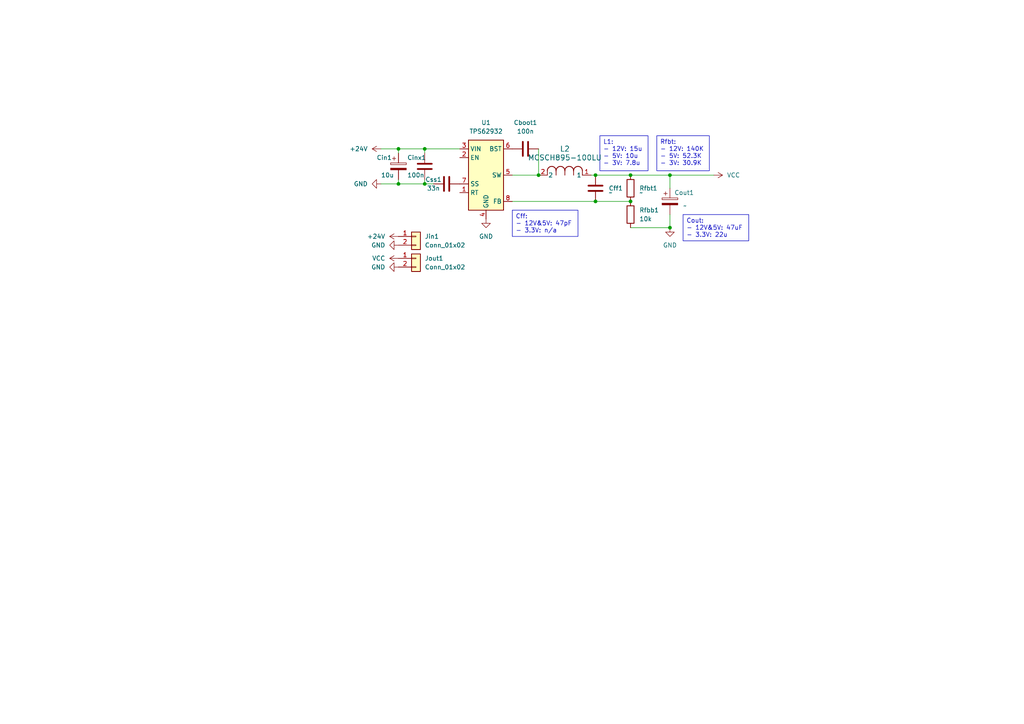
<source format=kicad_sch>
(kicad_sch (version 20230121) (generator eeschema)
  (paper "A4")
  (lib_symbols
    (symbol "2024-02-15_20-52-33:MCSCH895-100LU" (pin_names (offset 0.254))
      (property "Reference" "L" (at 6.985 5.08 0))
      (property "Value" "MCSCH895-100LU" (at 6.985 -2.54 0))
      (symbol "MCSCH895-100LU_1_1"
        (polyline (pts (xy 2.54 0) (xy 2.54 1.27)) (stroke (width 0.2032)))
        (polyline (pts (xy 5.08 0) (xy 5.08 1.27)) (stroke (width 0.2032)))
        (polyline (pts (xy 7.62 0) (xy 7.62 1.27)) (stroke (width 0.2032)))
        (polyline (pts (xy 10.16 0) (xy 10.16 1.27)) (stroke (width 0.2032)))
        (polyline (pts (xy 12.7 0) (xy 12.7 1.27)) (stroke (width 0.2032)))
        (arc (start 5.08 1.27) (mid 3.81 2.5345) (end 2.54 1.27) (stroke (width 0.254)))
        (arc (start 7.62 1.27) (mid 6.35 2.5345) (end 5.08 1.27) (stroke (width 0.254)))
        (arc (start 10.16 1.27) (mid 8.89 2.5345) (end 7.62 1.27) (stroke (width 0.254)))
        (arc (start 12.7 1.27) (mid 11.43 2.5345) (end 10.16 1.27) (stroke (width 0.254)))
        (pin unspecified line (at 15.24 0 180) (length 2.54) (name "1") (number "1"))
        (pin unspecified line (at 0 0 0) (length 2.54) (name "2") (number "2"))
      )
      (symbol "MCSCH895-100LU_1_2"
        (arc (start -1.27 5.08) (mid -2.5345 3.81) (end -1.27 2.54) (stroke (width 0.254)))
        (arc (start -1.27 7.62) (mid -2.5345 6.35) (end -1.27 5.08) (stroke (width 0.254)))
        (arc (start -1.27 10.16) (mid -2.5345 8.89) (end -1.27 7.62) (stroke (width 0.254)))
        (arc (start -1.27 12.7) (mid -2.5345 11.43) (end -1.27 10.16) (stroke (width 0.254)))
        (polyline (pts (xy 0 2.54) (xy -1.27 2.54)) (stroke (width 0.2032)))
        (polyline (pts (xy 0 5.08) (xy -1.27 5.08)) (stroke (width 0.2032)))
        (polyline (pts (xy 0 7.62) (xy -1.27 7.62)) (stroke (width 0.2032)))
        (polyline (pts (xy 0 10.16) (xy -1.27 10.16)) (stroke (width 0.2032)))
        (polyline (pts (xy 0 12.7) (xy -1.27 12.7)) (stroke (width 0.2032)))
        (pin unspecified line (at 0 15.24 270) (length 2.54) (name "1") (number "1"))
        (pin unspecified line (at 0 0 90) (length 2.54) (name "2") (number "2"))
      )
    )
    (symbol "Connector_Generic:Conn_01x02" (pin_names (offset 1.016) hide)
      (property "Reference" "J" (at 0 2.54 0))
      (property "Value" "Conn_01x02" (at 0 -5.08 0))
      (symbol "Conn_01x02_1_1"
        (rectangle (start -1.27 -2.413) (end 0 -2.667) (stroke (width 0.1524)))
        (rectangle (start -1.27 0.127) (end 0 -0.127) (stroke (width 0.1524)))
        (rectangle (start -1.27 1.27) (end 1.27 -3.81) (stroke (width 0.254)) (fill (type background)))
        (pin passive line (at -5.08 0 0) (length 3.81) (name "Pin_1") (number "1"))
        (pin passive line (at -5.08 -2.54 0) (length 3.81) (name "Pin_2") (number "2"))
      )
    )
    (symbol "Device:C" (pin_numbers hide) (pin_names (offset 0.254))
      (property "Reference" "C" (at 0.635 2.54 0))
      (property "Value" "C" (at 0.635 -2.54 0))
      (symbol "C_0_1"
        (polyline (pts (xy -2.032 -0.762) (xy 2.032 -0.762)) (stroke (width 0.508)))
        (polyline (pts (xy -2.032 0.762) (xy 2.032 0.762)) (stroke (width 0.508)))
      )
      (symbol "C_1_1"
        (pin passive line (at 0 3.81 270) (length 2.794) (name "~") (number "1"))
        (pin passive line (at 0 -3.81 90) (length 2.794) (name "~") (number "2"))
      )
    )
    (symbol "Device:C_Polarized" (pin_numbers hide) (pin_names (offset 0.254))
      (property "Reference" "C" (at 0.635 2.54 0))
      (property "Value" "C_Polarized" (at 0.635 -2.54 0))
      (symbol "C_Polarized_0_1"
        (rectangle (start -2.286 0.508) (end 2.286 1.016))
        (polyline (pts (xy -1.778 2.286) (xy -0.762 2.286)))
        (polyline (pts (xy -1.27 2.794) (xy -1.27 1.778)))
        (rectangle (start 2.286 -0.508) (end -2.286 -1.016) (fill (type outline)))
      )
      (symbol "C_Polarized_1_1"
        (pin passive line (at 0 3.81 270) (length 2.794) (name "~") (number "1"))
        (pin passive line (at 0 -3.81 90) (length 2.794) (name "~") (number "2"))
      )
    )
    (symbol "Device:R" (pin_numbers hide) (pin_names (offset 0))
      (property "Reference" "R" (at 2.032 0 90))
      (property "Value" "R" (at 0 0 90))
      (symbol "R_0_1"
        (rectangle (start -1.016 -2.54) (end 1.016 2.54) (stroke (width 0.254)))
      )
      (symbol "R_1_1"
        (pin passive line (at 0 3.81 270) (length 1.27) (name "~") (number "1"))
        (pin passive line (at 0 -3.81 90) (length 1.27) (name "~") (number "2"))
      )
    )
    (symbol "Regulator_Switching:TPS62932"
      (property "Reference" "U" (at 0 13.97 0))
      (property "Value" "TPS62932" (at 0 11.43 0))
      (symbol "TPS62932_0_1"
        (rectangle (start -5.08 10.16) (end 5.08 -10.16) (stroke (width 0.254)) (fill (type background)))
      )
      (symbol "TPS62932_1_1"
        (pin passive line (at -7.62 -5.08 0) (length 2.54) (name "RT") (number "1"))
        (pin input line (at -7.62 5.08 0) (length 2.54) (name "EN") (number "2"))
        (pin power_in line (at -7.62 7.62 0) (length 2.54) (name "VIN") (number "3"))
        (pin power_in line (at 0 -12.7 90) (length 2.54) (name "GND") (number "4"))
        (pin output line (at 7.62 0 180) (length 2.54) (name "SW") (number "5"))
        (pin passive line (at 7.62 7.62 180) (length 2.54) (name "BST") (number "6"))
        (pin passive line (at -7.62 -2.54 0) (length 2.54) (name "SS") (number "7"))
        (pin input line (at 7.62 -7.62 180) (length 2.54) (name "FB") (number "8"))
      )
    )
    (symbol "power:+24V" (power) (pin_names (offset 0))
      (property "Value" "+24V" (at 0 3.556 0))
      (symbol "+24V_0_1"
        (polyline (pts (xy -0.762 1.27) (xy 0 2.54)))
        (polyline (pts (xy 0 0) (xy 0 2.54)))
        (polyline (pts (xy 0 2.54) (xy 0.762 1.27)))
      )
      (symbol "+24V_1_1"
        (pin power_in line (at 0 0 90) (length 0) hide (name "+24V") (number "1"))
      )
    )
    (symbol "power:GND" (power) (pin_names (offset 0))
      (property "Value" "GND" (at 0 -3.81 0))
      (symbol "GND_0_1"
        (polyline (pts (xy 0 0) (xy 0 -1.27) (xy 1.27 -1.27) (xy 0 -2.54) (xy -1.27 -1.27) (xy 0 -1.27)))
      )
      (symbol "GND_1_1"
        (pin power_in line (at 0 0 270) (length 0) hide (name "GND") (number "1"))
      )
    )
    (symbol "power:VCC" (power) (pin_names (offset 0))
      (property "Value" "VCC" (at 0 3.81 0))
      (symbol "VCC_0_1"
        (polyline (pts (xy -0.762 1.27) (xy 0 2.54)))
        (polyline (pts (xy 0 0) (xy 0 2.54)))
        (polyline (pts (xy 0 2.54) (xy 0.762 1.27)))
      )
      (symbol "VCC_1_1"
        (pin power_in line (at 0 0 90) (length 0) hide (name "VCC") (number "1"))
      )
    )
  )
  (junction (at 182.88 50.8))
  (junction (at 115.57 43.18))
  (junction (at 182.88 58.42))
  (junction (at 172.72 50.8))
  (junction (at 123.19 53.34))
  (junction (at 194.31 50.8))
  (junction (at 115.57 53.34))
  (junction (at 194.31 66.04))
  (junction (at 156.21 50.8))
  (junction (at 172.72 58.42))
  (junction (at 123.19 43.18))
  (wire (pts (xy 172.72 58.42) (xy 182.88 58.42)))
  (wire (pts (xy 115.57 44.45) (xy 115.57 43.18)))
  (wire (pts (xy 194.31 54.61) (xy 194.31 50.8)))
  (wire (pts (xy 123.19 53.34) (xy 125.73 53.34)))
  (wire (pts (xy 172.72 50.8) (xy 171.45 50.8)))
  (wire (pts (xy 115.57 53.34) (xy 123.19 53.34)))
  (wire (pts (xy 123.19 52.07) (xy 123.19 53.34)))
  (wire (pts (xy 194.31 50.8) (xy 207.01 50.8)))
  (wire (pts (xy 194.31 50.8) (xy 182.88 50.8)))
  (wire (pts (xy 194.31 62.23) (xy 194.31 66.04)))
  (wire (pts (xy 194.31 66.04) (xy 182.88 66.04)))
  (wire (pts (xy 123.19 43.18) (xy 133.35 43.18)))
  (wire (pts (xy 148.59 58.42) (xy 172.72 58.42)))
  (wire (pts (xy 115.57 52.07) (xy 115.57 53.34)))
  (wire (pts (xy 156.21 43.18) (xy 156.21 50.8)))
  (wire (pts (xy 123.19 43.18) (xy 123.19 44.45)))
  (wire (pts (xy 115.57 43.18) (xy 123.19 43.18)))
  (wire (pts (xy 148.59 50.8) (xy 156.21 50.8)))
  (wire (pts (xy 110.49 53.34) (xy 115.57 53.34)))
  (wire (pts (xy 172.72 50.8) (xy 182.88 50.8)))
  (wire (pts (xy 110.49 43.18) (xy 115.57 43.18)))
  (text_box "Cout:\n- 12V&5V: 47uF\n- 3.3V: 22u" (at 198.12 62.23 0) (size 19.05 7.62) (effects (font (size 1.27 1.27)) (justify left top)))
  (text_box "L1:\n- 12V: 15u\n- 5V: 10u\n- 3V: 7.8u" (at 173.99 39.37 0) (size 13.97 10.16) (effects (font (size 1.27 1.27)) (justify left top)))
  (text_box "Rfbt:\n- 12V: 140K\n- 5V: 52.3K\n- 3V: 30.9K" (at 190.5 39.37 0) (size 15.24 10.16) (effects (font (size 1.27 1.27)) (justify left top)))
  (text_box "Cff:\n- 12V&5V: 47pF\n- 3.3V: n/a" (at 148.59 60.96 0) (size 19.05 7.62) (effects (font (size 1.27 1.27)) (justify left top)))
  (symbol (lib_id "power:VCC") (at 207.01 50.8 270) (unit 1)
    (property "Reference" "#PWR05" (effects hide))
    (property "Value" "VCC" (at 210.82 50.8 90) (effects (justify left)))
  )
  (symbol (lib_id "Device:C") (at 172.72 54.61 0) (unit 1)
    (property "Reference" "Cff1" (at 176.53 54.61 0) (effects (justify left)))
    (property "Value" "~" (at 176.53 55.88 0) (effects (justify left)))
    (property "Footprint" "Capacitor_THT:C_Disc_D3.4mm_W2.1mm_P2.50mm" (effects hide))
  )
  (symbol (lib_id "Device:C") (at 152.4 43.18 90) (unit 1)
    (property "Reference" "Cboot1" (at 152.4 35.56 90))
    (property "Value" "100n" (at 152.4 38.1 90))
    (property "Footprint" "Capacitor_THT:C_Disc_D3.4mm_W2.1mm_P2.50mm" (effects hide))
  )
  (symbol (lib_id "power:GND") (at 110.49 53.34 270) (unit 1)
    (property "Reference" "#PWR02" (effects hide))
    (property "Value" "GND" (at 106.68 53.34 90) (effects (justify right)))
  )
  (symbol (lib_id "Device:R") (at 182.88 54.61 0) (unit 1)
    (property "Reference" "Rfbt1" (at 185.42 54.61 0) (effects (justify left)))
    (property "Value" "~" (at 185.42 55.88 0) (effects (justify left)))
    (property "Footprint" "Resistor_THT:R_Axial_DIN0207_L6.3mm_D2.5mm_P10.16mm_Horizontal" (effects hide))
  )
  (symbol (lib_id "Device:C") (at 129.54 53.34 90) (unit 1)
    (property "Reference" "Css1" (at 125.73 52.07 90))
    (property "Value" "33n" (at 125.73 54.61 90))
    (property "Footprint" "Capacitor_THT:C_Disc_D3.4mm_W2.1mm_P2.50mm" (effects hide))
  )
  (symbol (lib_id "Device:R") (at 182.88 62.23 0) (unit 1)
    (property "Reference" "Rfbb1" (at 185.42 60.96 0) (effects (justify left)))
    (property "Value" "10k" (at 185.42 63.5 0) (effects (justify left)))
    (property "Footprint" "Resistor_THT:R_Axial_DIN0207_L6.3mm_D2.5mm_P10.16mm_Horizontal" (effects hide))
  )
  (symbol (lib_id "power:VCC") (at 115.57 74.93 90) (mirror x) (unit 1)
    (property "Reference" "#PWR09" (effects hide))
    (property "Value" "VCC" (at 111.76 74.93 90) (effects (justify left)))
  )
  (symbol (lib_id "Connector_Generic:Conn_01x02") (at 120.65 74.93 0) (unit 1)
    (property "Reference" "Jout1" (at 123.19 74.93 0) (effects (justify left)))
    (property "Value" "Conn_01x02" (at 123.19 77.47 0) (effects (justify left)))
    (property "Footprint" "Connector_Wire:SolderWire-0.1sqmm_1x02_P3.6mm_D0.4mm_OD1mm_Relief" (effects hide))
  )
  (symbol (lib_id "Device:C_Polarized") (at 115.57 48.26 0) (unit 1)
    (property "Reference" "Cin1" (at 109.22 45.72 0) (effects (justify left)))
    (property "Value" "10u" (at 110.49 50.8 0) (effects (justify left)))
    (property "Footprint" "Capacitor_THT:CP_Radial_D5.0mm_P2.50mm" (effects hide))
  )
  (symbol (lib_id "Device:C_Polarized") (at 194.31 58.42 0) (unit 1)
    (property "Reference" "Cout1" (at 195.58 55.88 0) (effects (justify left)))
    (property "Value" "~" (at 198.12 59.69 0) (effects (justify left)))
    (property "Footprint" "Capacitor_THT:CP_Radial_D12.5mm_P5.00mm" (effects hide))
  )
  (symbol (lib_id "power:GND") (at 194.31 66.04 0) (unit 1)
    (property "Reference" "#PWR04" (effects hide))
    (property "Value" "GND" (at 194.31 71.12 0))
  )
  (symbol (lib_id "Device:C") (at 123.19 48.26 0) (unit 1)
    (property "Reference" "Cinx1" (at 118.11 45.72 0) (effects (justify left)))
    (property "Value" "100n" (at 118.11 50.8 0) (effects (justify left)))
    (property "Footprint" "Capacitor_THT:C_Disc_D3.4mm_W2.1mm_P2.50mm" (effects hide))
  )
  (symbol (lib_id "power:GND") (at 140.97 63.5 0) (unit 1)
    (property "Reference" "#PWR03" (effects hide))
    (property "Value" "GND" (at 140.97 68.58 0))
  )
  (symbol (lib_id "power:GND") (at 115.57 77.47 270) (unit 1)
    (property "Reference" "#PWR08" (effects hide))
    (property "Value" "GND" (at 111.76 77.47 90) (effects (justify right)))
  )
  (symbol (lib_id "2024-02-15_20-52-33:MCSCH895-100LU") (at 156.21 50.8 0) (unit 1)
    (property "Reference" "L2" (at 163.83 43.18 0) (effects (font (size 1.524 1.524))))
    (property "Value" "MCSCH895-100LU" (at 163.83 45.72 0) (effects (font (size 1.524 1.524))))
    (property "Footprint" "IND_MULTICOMP_MCSCH895_MTC" (effects hide))
    (property "Datasheet" "MCSCH895-100LU" (effects hide))
  )
  (symbol (lib_id "power:GND") (at 115.57 71.12 270) (unit 1)
    (property "Reference" "#PWR07" (effects hide))
    (property "Value" "GND" (at 111.76 71.12 90) (effects (justify right)))
  )
  (symbol (lib_id "Regulator_Switching:TPS62932") (at 140.97 50.8 0) (unit 1)
    (property "Reference" "U1" (at 140.97 35.56 0))
    (property "Value" "TPS62932" (at 140.97 38.1 0))
    (property "Footprint" "Package_TO_SOT_SMD:SOT-583-8" (effects hide))
    (property "Datasheet" "https://www.ti.com/lit/ds/symlink/tps62933.pdf" (effects hide))
  )
  (symbol (lib_id "power:+24V") (at 110.49 43.18 90) (unit 1)
    (property "Reference" "#PWR01" (effects hide))
    (property "Value" "+24V" (at 106.68 43.18 90) (effects (justify left)))
  )
  (symbol (lib_id "power:+24V") (at 115.57 68.58 90) (unit 1)
    (property "Reference" "#PWR06" (effects hide))
    (property "Value" "+24V" (at 111.76 68.58 90) (effects (justify left)))
  )
  (symbol (lib_id "Connector_Generic:Conn_01x02") (at 120.65 68.58 0) (unit 1)
    (property "Reference" "Jin1" (at 123.19 68.58 0) (effects (justify left)))
    (property "Value" "Conn_01x02" (at 123.19 71.12 0) (effects (justify left)))
    (property "Footprint" "Connector_Wire:SolderWire-0.1sqmm_1x02_P3.6mm_D0.4mm_OD1mm_Relief" (effects hide))
  )
)
</source>
